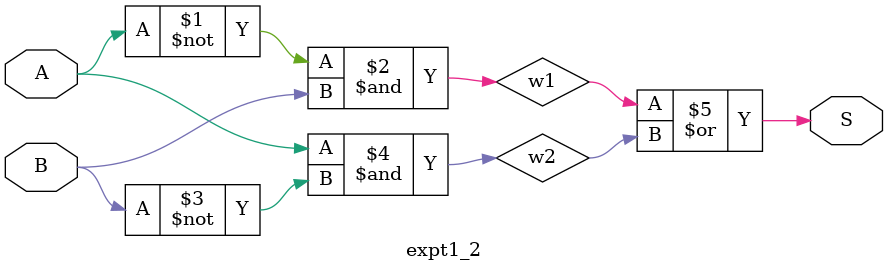
<source format=v>
module expt1_2(input A, B,
		output S);
	wire w1, w2;
	and g1(w1,~A,B),
		g2(w2,A,~B);
	or g3(S,w1,w2);
endmodule

</source>
